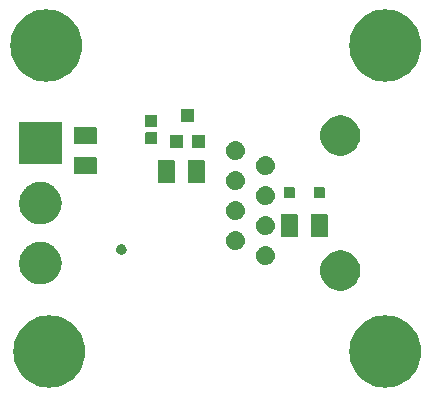
<source format=gbs>
G04 #@! TF.GenerationSoftware,KiCad,Pcbnew,7.0.9*
G04 #@! TF.CreationDate,2023-12-23T15:45:12+01:00*
G04 #@! TF.ProjectId,connecting-connector-1-wire,636f6e6e-6563-4746-996e-672d636f6e6e,v1.0*
G04 #@! TF.SameCoordinates,Original*
G04 #@! TF.FileFunction,Soldermask,Bot*
G04 #@! TF.FilePolarity,Negative*
%FSLAX46Y46*%
G04 Gerber Fmt 4.6, Leading zero omitted, Abs format (unit mm)*
G04 Created by KiCad (PCBNEW 7.0.9) date 2023-12-23 15:45:12*
%MOMM*%
%LPD*%
G01*
G04 APERTURE LIST*
G04 APERTURE END LIST*
G36*
X128529604Y-94295184D02*
G01*
X128866911Y-94352495D01*
X129195681Y-94447212D01*
X129511779Y-94578144D01*
X129811230Y-94743644D01*
X130090267Y-94941632D01*
X130345383Y-95169617D01*
X130573368Y-95424733D01*
X130771356Y-95703770D01*
X130936856Y-96003221D01*
X131067788Y-96319319D01*
X131162505Y-96648089D01*
X131219816Y-96985396D01*
X131239000Y-97327000D01*
X131219816Y-97668604D01*
X131162505Y-98005911D01*
X131067788Y-98334681D01*
X130936856Y-98650779D01*
X130771356Y-98950230D01*
X130573368Y-99229267D01*
X130345383Y-99484383D01*
X130090267Y-99712368D01*
X129811230Y-99910356D01*
X129511779Y-100075856D01*
X129195681Y-100206788D01*
X128866911Y-100301505D01*
X128529604Y-100358816D01*
X128188000Y-100378000D01*
X127846396Y-100358816D01*
X127509089Y-100301505D01*
X127180319Y-100206788D01*
X126864221Y-100075856D01*
X126564770Y-99910356D01*
X126285733Y-99712368D01*
X126030617Y-99484383D01*
X125802632Y-99229267D01*
X125604644Y-98950230D01*
X125439144Y-98650779D01*
X125308212Y-98334681D01*
X125213495Y-98005911D01*
X125156184Y-97668604D01*
X125137000Y-97327000D01*
X125156184Y-96985396D01*
X125213495Y-96648089D01*
X125308212Y-96319319D01*
X125439144Y-96003221D01*
X125604644Y-95703770D01*
X125802632Y-95424733D01*
X126030617Y-95169617D01*
X126285733Y-94941632D01*
X126564770Y-94743644D01*
X126864221Y-94578144D01*
X127180319Y-94447212D01*
X127509089Y-94352495D01*
X127846396Y-94295184D01*
X128188000Y-94276000D01*
X128529604Y-94295184D01*
G37*
G36*
X156977604Y-94295184D02*
G01*
X157314911Y-94352495D01*
X157643681Y-94447212D01*
X157959779Y-94578144D01*
X158259230Y-94743644D01*
X158538267Y-94941632D01*
X158793383Y-95169617D01*
X159021368Y-95424733D01*
X159219356Y-95703770D01*
X159384856Y-96003221D01*
X159515788Y-96319319D01*
X159610505Y-96648089D01*
X159667816Y-96985396D01*
X159687000Y-97327000D01*
X159667816Y-97668604D01*
X159610505Y-98005911D01*
X159515788Y-98334681D01*
X159384856Y-98650779D01*
X159219356Y-98950230D01*
X159021368Y-99229267D01*
X158793383Y-99484383D01*
X158538267Y-99712368D01*
X158259230Y-99910356D01*
X157959779Y-100075856D01*
X157643681Y-100206788D01*
X157314911Y-100301505D01*
X156977604Y-100358816D01*
X156636000Y-100378000D01*
X156294396Y-100358816D01*
X155957089Y-100301505D01*
X155628319Y-100206788D01*
X155312221Y-100075856D01*
X155012770Y-99910356D01*
X154733733Y-99712368D01*
X154478617Y-99484383D01*
X154250632Y-99229267D01*
X154052644Y-98950230D01*
X153887144Y-98650779D01*
X153756212Y-98334681D01*
X153661495Y-98005911D01*
X153604184Y-97668604D01*
X153585000Y-97327000D01*
X153604184Y-96985396D01*
X153661495Y-96648089D01*
X153756212Y-96319319D01*
X153887144Y-96003221D01*
X154052644Y-95703770D01*
X154250632Y-95424733D01*
X154478617Y-95169617D01*
X154733733Y-94941632D01*
X155012770Y-94743644D01*
X155312221Y-94578144D01*
X155628319Y-94447212D01*
X155957089Y-94352495D01*
X156294396Y-94295184D01*
X156636000Y-94276000D01*
X156977604Y-94295184D01*
G37*
G36*
X153204508Y-88811648D02*
G01*
X153447445Y-88886584D01*
X153676500Y-88996891D01*
X153886556Y-89140105D01*
X154072921Y-89313026D01*
X154231432Y-89511793D01*
X154358548Y-89731964D01*
X154451429Y-89968621D01*
X154508001Y-90216479D01*
X154527000Y-90470000D01*
X154508001Y-90723521D01*
X154451429Y-90971379D01*
X154358548Y-91208036D01*
X154231432Y-91428207D01*
X154072921Y-91626974D01*
X153886556Y-91799895D01*
X153676500Y-91943109D01*
X153447445Y-92053416D01*
X153204508Y-92128352D01*
X152953116Y-92166244D01*
X152698884Y-92166244D01*
X152447492Y-92128352D01*
X152204555Y-92053416D01*
X151975500Y-91943109D01*
X151765444Y-91799895D01*
X151579079Y-91626974D01*
X151420568Y-91428207D01*
X151293452Y-91208036D01*
X151200571Y-90971379D01*
X151143999Y-90723521D01*
X151125000Y-90470000D01*
X151143999Y-90216479D01*
X151200571Y-89968621D01*
X151293452Y-89731964D01*
X151420568Y-89511793D01*
X151579079Y-89313026D01*
X151765444Y-89140105D01*
X151975500Y-88996891D01*
X152204555Y-88886584D01*
X152447492Y-88811648D01*
X152698884Y-88773756D01*
X152953116Y-88773756D01*
X153204508Y-88811648D01*
G37*
G36*
X127491951Y-88038036D02*
G01*
X127560589Y-88038036D01*
X127622570Y-88047378D01*
X127682269Y-88051648D01*
X127753044Y-88067044D01*
X127826760Y-88078155D01*
X127880924Y-88094862D01*
X127933305Y-88106257D01*
X128007110Y-88133785D01*
X128083979Y-88157496D01*
X128129658Y-88179493D01*
X128174030Y-88196044D01*
X128248770Y-88236855D01*
X128326500Y-88274288D01*
X128363412Y-88299454D01*
X128399522Y-88319172D01*
X128472907Y-88374107D01*
X128548905Y-88425922D01*
X128577220Y-88452194D01*
X128605192Y-88473134D01*
X128674708Y-88542650D01*
X128746226Y-88609009D01*
X128766540Y-88634482D01*
X128786865Y-88654807D01*
X128849896Y-88739007D01*
X128914056Y-88819461D01*
X128927317Y-88842429D01*
X128940827Y-88860477D01*
X128994719Y-88959173D01*
X129048645Y-89052575D01*
X129056119Y-89071618D01*
X129063955Y-89085969D01*
X129106138Y-89199066D01*
X129146987Y-89303146D01*
X129150184Y-89317157D01*
X129153742Y-89326694D01*
X129181789Y-89455626D01*
X129206884Y-89565575D01*
X129207502Y-89573830D01*
X129208351Y-89577730D01*
X129219985Y-89740395D01*
X129227000Y-89834000D01*
X129219984Y-89927612D01*
X129208351Y-90090269D01*
X129207502Y-90094168D01*
X129206884Y-90102425D01*
X129181784Y-90212393D01*
X129153742Y-90341305D01*
X129150185Y-90350840D01*
X129146987Y-90364854D01*
X129106131Y-90468952D01*
X129063955Y-90582030D01*
X129056120Y-90596377D01*
X129048645Y-90615425D01*
X128994709Y-90708843D01*
X128940827Y-90807522D01*
X128927319Y-90825565D01*
X128914056Y-90848539D01*
X128849884Y-90929007D01*
X128786865Y-91013192D01*
X128766544Y-91033512D01*
X128746226Y-91058991D01*
X128674694Y-91125362D01*
X128605192Y-91194865D01*
X128577225Y-91215800D01*
X128548905Y-91242078D01*
X128472892Y-91293902D01*
X128399522Y-91348827D01*
X128363420Y-91368540D01*
X128326500Y-91393712D01*
X128248755Y-91431151D01*
X128174030Y-91471955D01*
X128129667Y-91488501D01*
X128083979Y-91510504D01*
X128007094Y-91534219D01*
X127933305Y-91561742D01*
X127880935Y-91573134D01*
X127826760Y-91589845D01*
X127753029Y-91600958D01*
X127682269Y-91616351D01*
X127622582Y-91620619D01*
X127560589Y-91629964D01*
X127491937Y-91629964D01*
X127426000Y-91634680D01*
X127360062Y-91629964D01*
X127291411Y-91629964D01*
X127229418Y-91620620D01*
X127169730Y-91616351D01*
X127098967Y-91600957D01*
X127025240Y-91589845D01*
X126971066Y-91573134D01*
X126918694Y-91561742D01*
X126844899Y-91534217D01*
X126768021Y-91510504D01*
X126722336Y-91488503D01*
X126677969Y-91471955D01*
X126603236Y-91431147D01*
X126525500Y-91393712D01*
X126488583Y-91368542D01*
X126452477Y-91348827D01*
X126379095Y-91293894D01*
X126303095Y-91242078D01*
X126274778Y-91215803D01*
X126246807Y-91194865D01*
X126177291Y-91125349D01*
X126105774Y-91058991D01*
X126085459Y-91033517D01*
X126065134Y-91013192D01*
X126002099Y-90928986D01*
X125937944Y-90848539D01*
X125924683Y-90825571D01*
X125911172Y-90807522D01*
X125857272Y-90708812D01*
X125803355Y-90615425D01*
X125795882Y-90596384D01*
X125788044Y-90582030D01*
X125745848Y-90468901D01*
X125705013Y-90364854D01*
X125701816Y-90350847D01*
X125698257Y-90341305D01*
X125670193Y-90212300D01*
X125645116Y-90102425D01*
X125644497Y-90094175D01*
X125643648Y-90090269D01*
X125631993Y-89927319D01*
X125625000Y-89834000D01*
X125631992Y-89740687D01*
X125643648Y-89577730D01*
X125644497Y-89573823D01*
X125645116Y-89565575D01*
X125670189Y-89455720D01*
X125698257Y-89326694D01*
X125701816Y-89317150D01*
X125705013Y-89303146D01*
X125745840Y-89199118D01*
X125788044Y-89085969D01*
X125795883Y-89071612D01*
X125803355Y-89052575D01*
X125857262Y-88959205D01*
X125911172Y-88860477D01*
X125924686Y-88842424D01*
X125937944Y-88819461D01*
X126002086Y-88739028D01*
X126065134Y-88654807D01*
X126085463Y-88634477D01*
X126105774Y-88609009D01*
X126177277Y-88542663D01*
X126246807Y-88473134D01*
X126274783Y-88452190D01*
X126303095Y-88425922D01*
X126379080Y-88374115D01*
X126452477Y-88319172D01*
X126488591Y-88299452D01*
X126525500Y-88274288D01*
X126603220Y-88236859D01*
X126677969Y-88196044D01*
X126722345Y-88179492D01*
X126768021Y-88157496D01*
X126844884Y-88133787D01*
X126918694Y-88106257D01*
X126971077Y-88094861D01*
X127025240Y-88078155D01*
X127098952Y-88067044D01*
X127169730Y-88051648D01*
X127229430Y-88047378D01*
X127291411Y-88038036D01*
X127360048Y-88038036D01*
X127426000Y-88033319D01*
X127491951Y-88038036D01*
G37*
G36*
X146521023Y-88402073D02*
G01*
X146559657Y-88402073D01*
X146603240Y-88411336D01*
X146654239Y-88417083D01*
X146691321Y-88430058D01*
X146723306Y-88436857D01*
X146769401Y-88457379D01*
X146823541Y-88476324D01*
X146851719Y-88494029D01*
X146876157Y-88504910D01*
X146921720Y-88538014D01*
X146975415Y-88571753D01*
X146994700Y-88591038D01*
X147011512Y-88603253D01*
X147053076Y-88649414D01*
X147102247Y-88698585D01*
X147113555Y-88716582D01*
X147123467Y-88727590D01*
X147157376Y-88786322D01*
X147197676Y-88850459D01*
X147202707Y-88864838D01*
X147207120Y-88872481D01*
X147229718Y-88942030D01*
X147256917Y-89019761D01*
X147257948Y-89028913D01*
X147258823Y-89031606D01*
X147266750Y-89107038D01*
X147277000Y-89198000D01*
X147266750Y-89288969D01*
X147258823Y-89364393D01*
X147257948Y-89367084D01*
X147256917Y-89376239D01*
X147229713Y-89453982D01*
X147207120Y-89523518D01*
X147202708Y-89531159D01*
X147197676Y-89545541D01*
X147157369Y-89609688D01*
X147123467Y-89668409D01*
X147113557Y-89679414D01*
X147102247Y-89697415D01*
X147053067Y-89746594D01*
X147011512Y-89792746D01*
X146994704Y-89804957D01*
X146975415Y-89824247D01*
X146921710Y-89857992D01*
X146876157Y-89891089D01*
X146851725Y-89901966D01*
X146823541Y-89919676D01*
X146769391Y-89938623D01*
X146723306Y-89959142D01*
X146691327Y-89965939D01*
X146654239Y-89978917D01*
X146603237Y-89984663D01*
X146559657Y-89993927D01*
X146521023Y-89993927D01*
X146476000Y-89999000D01*
X146430977Y-89993927D01*
X146392343Y-89993927D01*
X146348761Y-89984663D01*
X146297761Y-89978917D01*
X146260674Y-89965939D01*
X146228693Y-89959142D01*
X146182603Y-89938622D01*
X146128459Y-89919676D01*
X146100277Y-89901968D01*
X146075842Y-89891089D01*
X146030282Y-89857987D01*
X145976585Y-89824247D01*
X145957298Y-89804960D01*
X145940487Y-89792746D01*
X145898922Y-89746584D01*
X145849753Y-89697415D01*
X145838444Y-89679418D01*
X145828532Y-89668409D01*
X145794618Y-89609668D01*
X145754324Y-89545541D01*
X145749293Y-89531163D01*
X145744879Y-89523518D01*
X145722272Y-89453942D01*
X145695083Y-89376239D01*
X145694052Y-89367089D01*
X145693176Y-89364393D01*
X145685235Y-89288837D01*
X145675000Y-89198000D01*
X145685234Y-89107170D01*
X145693176Y-89031606D01*
X145694052Y-89028909D01*
X145695083Y-89019761D01*
X145722267Y-88942070D01*
X145744879Y-88872481D01*
X145749293Y-88864834D01*
X145754324Y-88850459D01*
X145794611Y-88786342D01*
X145828532Y-88727590D01*
X145838446Y-88716578D01*
X145849753Y-88698585D01*
X145898913Y-88649424D01*
X145940487Y-88603253D01*
X145957301Y-88591036D01*
X145976585Y-88571753D01*
X146030278Y-88538015D01*
X146075846Y-88504908D01*
X146100284Y-88494027D01*
X146128459Y-88476324D01*
X146182587Y-88457383D01*
X146228689Y-88436858D01*
X146260679Y-88430058D01*
X146297761Y-88417083D01*
X146348759Y-88411336D01*
X146392343Y-88402073D01*
X146430977Y-88402073D01*
X146476000Y-88397000D01*
X146521023Y-88402073D01*
G37*
G36*
X134310676Y-88244591D02*
G01*
X134348184Y-88244591D01*
X134378671Y-88253542D01*
X134400450Y-88256410D01*
X134429703Y-88268527D01*
X134471352Y-88280756D01*
X134493334Y-88294883D01*
X134508961Y-88301356D01*
X134537595Y-88323327D01*
X134579342Y-88350157D01*
X134592799Y-88365688D01*
X134602141Y-88372856D01*
X134626357Y-88404416D01*
X134663405Y-88447171D01*
X134669639Y-88460822D01*
X134673643Y-88466040D01*
X134689451Y-88504205D01*
X134716731Y-88563939D01*
X134718079Y-88573319D01*
X134718589Y-88574549D01*
X134722197Y-88601960D01*
X134735000Y-88691000D01*
X134722196Y-88780048D01*
X134718589Y-88807450D01*
X134718079Y-88808678D01*
X134716731Y-88818061D01*
X134689452Y-88877791D01*
X134673643Y-88915961D01*
X134669638Y-88921180D01*
X134663405Y-88934829D01*
X134626356Y-88977584D01*
X134602142Y-89009142D01*
X134592803Y-89016308D01*
X134579342Y-89031843D01*
X134537586Y-89058677D01*
X134508961Y-89080643D01*
X134493339Y-89087113D01*
X134471352Y-89101244D01*
X134429695Y-89113475D01*
X134400450Y-89125589D01*
X134378677Y-89128455D01*
X134348184Y-89137409D01*
X134310669Y-89137409D01*
X134284000Y-89140920D01*
X134257331Y-89137409D01*
X134219816Y-89137409D01*
X134189323Y-89128455D01*
X134167549Y-89125589D01*
X134138301Y-89113474D01*
X134096648Y-89101244D01*
X134074662Y-89087114D01*
X134059038Y-89080643D01*
X134030407Y-89058673D01*
X133988658Y-89031843D01*
X133975198Y-89016310D01*
X133965857Y-89009142D01*
X133941634Y-88977574D01*
X133904595Y-88934829D01*
X133898363Y-88921183D01*
X133894356Y-88915961D01*
X133878536Y-88877768D01*
X133851269Y-88818061D01*
X133849920Y-88808682D01*
X133849410Y-88807450D01*
X133845791Y-88779965D01*
X133833000Y-88691000D01*
X133845790Y-88602042D01*
X133849410Y-88574549D01*
X133849920Y-88573315D01*
X133851269Y-88563939D01*
X133878537Y-88504228D01*
X133894356Y-88466040D01*
X133898362Y-88460818D01*
X133904595Y-88447171D01*
X133941632Y-88404427D01*
X133965857Y-88372857D01*
X133975201Y-88365687D01*
X133988658Y-88350157D01*
X134030407Y-88323326D01*
X134059040Y-88301356D01*
X134074663Y-88294884D01*
X134096648Y-88280756D01*
X134138294Y-88268527D01*
X134167549Y-88256410D01*
X134189329Y-88253542D01*
X134219816Y-88244591D01*
X134257324Y-88244591D01*
X134284000Y-88241079D01*
X134310676Y-88244591D01*
G37*
G36*
X143981023Y-87132073D02*
G01*
X144019657Y-87132073D01*
X144063240Y-87141336D01*
X144114239Y-87147083D01*
X144151321Y-87160058D01*
X144183306Y-87166857D01*
X144229401Y-87187379D01*
X144283541Y-87206324D01*
X144311719Y-87224029D01*
X144336157Y-87234910D01*
X144381720Y-87268014D01*
X144435415Y-87301753D01*
X144454700Y-87321038D01*
X144471512Y-87333253D01*
X144513076Y-87379414D01*
X144562247Y-87428585D01*
X144573555Y-87446582D01*
X144583467Y-87457590D01*
X144617376Y-87516322D01*
X144657676Y-87580459D01*
X144662707Y-87594838D01*
X144667120Y-87602481D01*
X144689718Y-87672030D01*
X144716917Y-87749761D01*
X144717948Y-87758913D01*
X144718823Y-87761606D01*
X144726750Y-87837038D01*
X144737000Y-87928000D01*
X144726750Y-88018969D01*
X144718823Y-88094393D01*
X144717948Y-88097084D01*
X144716917Y-88106239D01*
X144689713Y-88183982D01*
X144667120Y-88253518D01*
X144662708Y-88261159D01*
X144657676Y-88275541D01*
X144617369Y-88339688D01*
X144583467Y-88398409D01*
X144573557Y-88409414D01*
X144562247Y-88427415D01*
X144513067Y-88476594D01*
X144471512Y-88522746D01*
X144454704Y-88534957D01*
X144435415Y-88554247D01*
X144381710Y-88587992D01*
X144336157Y-88621089D01*
X144311725Y-88631966D01*
X144283541Y-88649676D01*
X144229391Y-88668623D01*
X144183306Y-88689142D01*
X144151327Y-88695939D01*
X144114239Y-88708917D01*
X144063237Y-88714663D01*
X144019657Y-88723927D01*
X143981023Y-88723927D01*
X143936000Y-88729000D01*
X143890977Y-88723927D01*
X143852343Y-88723927D01*
X143808761Y-88714663D01*
X143757761Y-88708917D01*
X143720674Y-88695939D01*
X143688693Y-88689142D01*
X143642603Y-88668622D01*
X143588459Y-88649676D01*
X143560277Y-88631968D01*
X143535842Y-88621089D01*
X143490282Y-88587987D01*
X143436585Y-88554247D01*
X143417298Y-88534960D01*
X143400487Y-88522746D01*
X143358922Y-88476584D01*
X143309753Y-88427415D01*
X143298444Y-88409418D01*
X143288532Y-88398409D01*
X143254618Y-88339668D01*
X143214324Y-88275541D01*
X143209293Y-88261163D01*
X143204879Y-88253518D01*
X143182272Y-88183942D01*
X143155083Y-88106239D01*
X143154052Y-88097089D01*
X143153176Y-88094393D01*
X143145235Y-88018837D01*
X143135000Y-87928000D01*
X143145234Y-87837170D01*
X143153176Y-87761606D01*
X143154052Y-87758909D01*
X143155083Y-87749761D01*
X143182267Y-87672070D01*
X143204879Y-87602481D01*
X143209293Y-87594834D01*
X143214324Y-87580459D01*
X143254611Y-87516342D01*
X143288532Y-87457590D01*
X143298446Y-87446578D01*
X143309753Y-87428585D01*
X143358913Y-87379424D01*
X143400487Y-87333253D01*
X143417301Y-87321036D01*
X143436585Y-87301753D01*
X143490278Y-87268015D01*
X143535846Y-87234908D01*
X143560284Y-87224027D01*
X143588459Y-87206324D01*
X143642587Y-87187383D01*
X143688689Y-87166858D01*
X143720679Y-87160058D01*
X143757761Y-87147083D01*
X143808759Y-87141336D01*
X143852343Y-87132073D01*
X143890977Y-87132073D01*
X143936000Y-87127000D01*
X143981023Y-87132073D01*
G37*
G36*
X149177517Y-85711882D02*
G01*
X149194062Y-85722938D01*
X149205118Y-85739483D01*
X149209000Y-85759000D01*
X149209000Y-87559000D01*
X149205118Y-87578517D01*
X149194062Y-87595062D01*
X149177517Y-87606118D01*
X149158000Y-87610000D01*
X147858000Y-87610000D01*
X147838483Y-87606118D01*
X147821938Y-87595062D01*
X147810882Y-87578517D01*
X147807000Y-87559000D01*
X147807000Y-85759000D01*
X147810882Y-85739483D01*
X147821938Y-85722938D01*
X147838483Y-85711882D01*
X147858000Y-85708000D01*
X149158000Y-85708000D01*
X149177517Y-85711882D01*
G37*
G36*
X151717517Y-85711882D02*
G01*
X151734062Y-85722938D01*
X151745118Y-85739483D01*
X151749000Y-85759000D01*
X151749000Y-87559000D01*
X151745118Y-87578517D01*
X151734062Y-87595062D01*
X151717517Y-87606118D01*
X151698000Y-87610000D01*
X150398000Y-87610000D01*
X150378483Y-87606118D01*
X150361938Y-87595062D01*
X150350882Y-87578517D01*
X150347000Y-87559000D01*
X150347000Y-85759000D01*
X150350882Y-85739483D01*
X150361938Y-85722938D01*
X150378483Y-85711882D01*
X150398000Y-85708000D01*
X151698000Y-85708000D01*
X151717517Y-85711882D01*
G37*
G36*
X146521023Y-85862073D02*
G01*
X146559657Y-85862073D01*
X146603240Y-85871336D01*
X146654239Y-85877083D01*
X146691321Y-85890058D01*
X146723306Y-85896857D01*
X146769401Y-85917379D01*
X146823541Y-85936324D01*
X146851719Y-85954029D01*
X146876157Y-85964910D01*
X146921720Y-85998014D01*
X146975415Y-86031753D01*
X146994700Y-86051038D01*
X147011512Y-86063253D01*
X147053076Y-86109414D01*
X147102247Y-86158585D01*
X147113555Y-86176582D01*
X147123467Y-86187590D01*
X147157376Y-86246322D01*
X147197676Y-86310459D01*
X147202707Y-86324838D01*
X147207120Y-86332481D01*
X147229718Y-86402030D01*
X147256917Y-86479761D01*
X147257948Y-86488913D01*
X147258823Y-86491606D01*
X147266750Y-86567038D01*
X147277000Y-86658000D01*
X147266750Y-86748969D01*
X147258823Y-86824393D01*
X147257948Y-86827084D01*
X147256917Y-86836239D01*
X147229713Y-86913982D01*
X147207120Y-86983518D01*
X147202708Y-86991159D01*
X147197676Y-87005541D01*
X147157369Y-87069688D01*
X147123467Y-87128409D01*
X147113557Y-87139414D01*
X147102247Y-87157415D01*
X147053067Y-87206594D01*
X147011512Y-87252746D01*
X146994704Y-87264957D01*
X146975415Y-87284247D01*
X146921710Y-87317992D01*
X146876157Y-87351089D01*
X146851725Y-87361966D01*
X146823541Y-87379676D01*
X146769391Y-87398623D01*
X146723306Y-87419142D01*
X146691327Y-87425939D01*
X146654239Y-87438917D01*
X146603237Y-87444663D01*
X146559657Y-87453927D01*
X146521023Y-87453927D01*
X146476000Y-87459000D01*
X146430977Y-87453927D01*
X146392343Y-87453927D01*
X146348761Y-87444663D01*
X146297761Y-87438917D01*
X146260674Y-87425939D01*
X146228693Y-87419142D01*
X146182603Y-87398622D01*
X146128459Y-87379676D01*
X146100277Y-87361968D01*
X146075842Y-87351089D01*
X146030282Y-87317987D01*
X145976585Y-87284247D01*
X145957298Y-87264960D01*
X145940487Y-87252746D01*
X145898922Y-87206584D01*
X145849753Y-87157415D01*
X145838444Y-87139418D01*
X145828532Y-87128409D01*
X145794618Y-87069668D01*
X145754324Y-87005541D01*
X145749293Y-86991163D01*
X145744879Y-86983518D01*
X145722272Y-86913942D01*
X145695083Y-86836239D01*
X145694052Y-86827089D01*
X145693176Y-86824393D01*
X145685235Y-86748837D01*
X145675000Y-86658000D01*
X145685234Y-86567170D01*
X145693176Y-86491606D01*
X145694052Y-86488909D01*
X145695083Y-86479761D01*
X145722267Y-86402070D01*
X145744879Y-86332481D01*
X145749293Y-86324834D01*
X145754324Y-86310459D01*
X145794611Y-86246342D01*
X145828532Y-86187590D01*
X145838446Y-86176578D01*
X145849753Y-86158585D01*
X145898913Y-86109424D01*
X145940487Y-86063253D01*
X145957301Y-86051036D01*
X145976585Y-86031753D01*
X146030278Y-85998015D01*
X146075846Y-85964908D01*
X146100284Y-85954027D01*
X146128459Y-85936324D01*
X146182587Y-85917383D01*
X146228689Y-85896858D01*
X146260679Y-85890058D01*
X146297761Y-85877083D01*
X146348759Y-85871336D01*
X146392343Y-85862073D01*
X146430977Y-85862073D01*
X146476000Y-85857000D01*
X146521023Y-85862073D01*
G37*
G36*
X127491951Y-82958036D02*
G01*
X127560589Y-82958036D01*
X127622570Y-82967378D01*
X127682269Y-82971648D01*
X127753044Y-82987044D01*
X127826760Y-82998155D01*
X127880924Y-83014862D01*
X127933305Y-83026257D01*
X128007110Y-83053785D01*
X128083979Y-83077496D01*
X128129658Y-83099493D01*
X128174030Y-83116044D01*
X128248770Y-83156855D01*
X128326500Y-83194288D01*
X128363412Y-83219454D01*
X128399522Y-83239172D01*
X128472907Y-83294107D01*
X128548905Y-83345922D01*
X128577220Y-83372194D01*
X128605192Y-83393134D01*
X128674708Y-83462650D01*
X128746226Y-83529009D01*
X128766540Y-83554482D01*
X128786865Y-83574807D01*
X128849896Y-83659007D01*
X128914056Y-83739461D01*
X128927317Y-83762429D01*
X128940827Y-83780477D01*
X128994719Y-83879173D01*
X129048645Y-83972575D01*
X129056119Y-83991618D01*
X129063955Y-84005969D01*
X129106138Y-84119066D01*
X129146987Y-84223146D01*
X129150184Y-84237157D01*
X129153742Y-84246694D01*
X129181789Y-84375626D01*
X129206884Y-84485575D01*
X129207502Y-84493830D01*
X129208351Y-84497730D01*
X129219985Y-84660395D01*
X129227000Y-84754000D01*
X129219984Y-84847612D01*
X129208351Y-85010269D01*
X129207502Y-85014168D01*
X129206884Y-85022425D01*
X129181784Y-85132393D01*
X129153742Y-85261305D01*
X129150185Y-85270840D01*
X129146987Y-85284854D01*
X129106131Y-85388952D01*
X129063955Y-85502030D01*
X129056120Y-85516377D01*
X129048645Y-85535425D01*
X128994709Y-85628843D01*
X128940827Y-85727522D01*
X128927319Y-85745565D01*
X128914056Y-85768539D01*
X128849884Y-85849007D01*
X128786865Y-85933192D01*
X128766544Y-85953512D01*
X128746226Y-85978991D01*
X128674694Y-86045362D01*
X128605192Y-86114865D01*
X128577225Y-86135800D01*
X128548905Y-86162078D01*
X128472892Y-86213902D01*
X128399522Y-86268827D01*
X128363420Y-86288540D01*
X128326500Y-86313712D01*
X128248755Y-86351151D01*
X128174030Y-86391955D01*
X128129667Y-86408501D01*
X128083979Y-86430504D01*
X128007094Y-86454219D01*
X127933305Y-86481742D01*
X127880935Y-86493134D01*
X127826760Y-86509845D01*
X127753029Y-86520958D01*
X127682269Y-86536351D01*
X127622582Y-86540619D01*
X127560589Y-86549964D01*
X127491937Y-86549964D01*
X127426000Y-86554680D01*
X127360062Y-86549964D01*
X127291411Y-86549964D01*
X127229418Y-86540620D01*
X127169730Y-86536351D01*
X127098967Y-86520957D01*
X127025240Y-86509845D01*
X126971066Y-86493134D01*
X126918694Y-86481742D01*
X126844899Y-86454217D01*
X126768021Y-86430504D01*
X126722336Y-86408503D01*
X126677969Y-86391955D01*
X126603236Y-86351147D01*
X126525500Y-86313712D01*
X126488583Y-86288542D01*
X126452477Y-86268827D01*
X126379095Y-86213894D01*
X126303095Y-86162078D01*
X126274778Y-86135803D01*
X126246807Y-86114865D01*
X126177291Y-86045349D01*
X126105774Y-85978991D01*
X126085459Y-85953517D01*
X126065134Y-85933192D01*
X126002099Y-85848986D01*
X125937944Y-85768539D01*
X125924683Y-85745571D01*
X125911172Y-85727522D01*
X125857272Y-85628812D01*
X125803355Y-85535425D01*
X125795882Y-85516384D01*
X125788044Y-85502030D01*
X125745848Y-85388901D01*
X125705013Y-85284854D01*
X125701816Y-85270847D01*
X125698257Y-85261305D01*
X125670193Y-85132300D01*
X125645116Y-85022425D01*
X125644497Y-85014175D01*
X125643648Y-85010269D01*
X125631993Y-84847319D01*
X125625000Y-84754000D01*
X125631992Y-84660687D01*
X125643648Y-84497730D01*
X125644497Y-84493823D01*
X125645116Y-84485575D01*
X125670189Y-84375720D01*
X125698257Y-84246694D01*
X125701816Y-84237150D01*
X125705013Y-84223146D01*
X125745840Y-84119118D01*
X125788044Y-84005969D01*
X125795883Y-83991612D01*
X125803355Y-83972575D01*
X125857262Y-83879205D01*
X125911172Y-83780477D01*
X125924686Y-83762424D01*
X125937944Y-83739461D01*
X126002086Y-83659028D01*
X126065134Y-83574807D01*
X126085463Y-83554477D01*
X126105774Y-83529009D01*
X126177277Y-83462663D01*
X126246807Y-83393134D01*
X126274783Y-83372190D01*
X126303095Y-83345922D01*
X126379080Y-83294115D01*
X126452477Y-83239172D01*
X126488591Y-83219452D01*
X126525500Y-83194288D01*
X126603220Y-83156859D01*
X126677969Y-83116044D01*
X126722345Y-83099492D01*
X126768021Y-83077496D01*
X126844884Y-83053787D01*
X126918694Y-83026257D01*
X126971077Y-83014861D01*
X127025240Y-82998155D01*
X127098952Y-82987044D01*
X127169730Y-82971648D01*
X127229430Y-82967378D01*
X127291411Y-82958036D01*
X127360048Y-82958036D01*
X127426000Y-82953319D01*
X127491951Y-82958036D01*
G37*
G36*
X143981023Y-84592073D02*
G01*
X144019657Y-84592073D01*
X144063240Y-84601336D01*
X144114239Y-84607083D01*
X144151321Y-84620058D01*
X144183306Y-84626857D01*
X144229401Y-84647379D01*
X144283541Y-84666324D01*
X144311719Y-84684029D01*
X144336157Y-84694910D01*
X144381720Y-84728014D01*
X144435415Y-84761753D01*
X144454700Y-84781038D01*
X144471512Y-84793253D01*
X144513076Y-84839414D01*
X144562247Y-84888585D01*
X144573555Y-84906582D01*
X144583467Y-84917590D01*
X144617376Y-84976322D01*
X144657676Y-85040459D01*
X144662707Y-85054838D01*
X144667120Y-85062481D01*
X144689718Y-85132030D01*
X144716917Y-85209761D01*
X144717948Y-85218913D01*
X144718823Y-85221606D01*
X144726750Y-85297038D01*
X144737000Y-85388000D01*
X144726750Y-85478969D01*
X144718823Y-85554393D01*
X144717948Y-85557084D01*
X144716917Y-85566239D01*
X144689713Y-85643982D01*
X144667120Y-85713518D01*
X144662708Y-85721159D01*
X144657676Y-85735541D01*
X144617369Y-85799688D01*
X144583467Y-85858409D01*
X144573557Y-85869414D01*
X144562247Y-85887415D01*
X144513067Y-85936594D01*
X144471512Y-85982746D01*
X144454704Y-85994957D01*
X144435415Y-86014247D01*
X144381710Y-86047992D01*
X144336157Y-86081089D01*
X144311725Y-86091966D01*
X144283541Y-86109676D01*
X144229391Y-86128623D01*
X144183306Y-86149142D01*
X144151327Y-86155939D01*
X144114239Y-86168917D01*
X144063237Y-86174663D01*
X144019657Y-86183927D01*
X143981023Y-86183927D01*
X143936000Y-86189000D01*
X143890977Y-86183927D01*
X143852343Y-86183927D01*
X143808761Y-86174663D01*
X143757761Y-86168917D01*
X143720674Y-86155939D01*
X143688693Y-86149142D01*
X143642603Y-86128622D01*
X143588459Y-86109676D01*
X143560277Y-86091968D01*
X143535842Y-86081089D01*
X143490282Y-86047987D01*
X143436585Y-86014247D01*
X143417298Y-85994960D01*
X143400487Y-85982746D01*
X143358922Y-85936584D01*
X143309753Y-85887415D01*
X143298444Y-85869418D01*
X143288532Y-85858409D01*
X143254618Y-85799668D01*
X143214324Y-85735541D01*
X143209293Y-85721163D01*
X143204879Y-85713518D01*
X143182272Y-85643942D01*
X143155083Y-85566239D01*
X143154052Y-85557089D01*
X143153176Y-85554393D01*
X143145235Y-85478837D01*
X143135000Y-85388000D01*
X143145234Y-85297170D01*
X143153176Y-85221606D01*
X143154052Y-85218909D01*
X143155083Y-85209761D01*
X143182267Y-85132070D01*
X143204879Y-85062481D01*
X143209293Y-85054834D01*
X143214324Y-85040459D01*
X143254611Y-84976342D01*
X143288532Y-84917590D01*
X143298446Y-84906578D01*
X143309753Y-84888585D01*
X143358913Y-84839424D01*
X143400487Y-84793253D01*
X143417301Y-84781036D01*
X143436585Y-84761753D01*
X143490278Y-84728015D01*
X143535846Y-84694908D01*
X143560284Y-84684027D01*
X143588459Y-84666324D01*
X143642587Y-84647383D01*
X143688689Y-84626858D01*
X143720679Y-84620058D01*
X143757761Y-84607083D01*
X143808759Y-84601336D01*
X143852343Y-84592073D01*
X143890977Y-84592073D01*
X143936000Y-84587000D01*
X143981023Y-84592073D01*
G37*
G36*
X146521023Y-83322073D02*
G01*
X146559657Y-83322073D01*
X146603240Y-83331336D01*
X146654239Y-83337083D01*
X146691321Y-83350058D01*
X146723306Y-83356857D01*
X146769401Y-83377379D01*
X146823541Y-83396324D01*
X146851719Y-83414029D01*
X146876157Y-83424910D01*
X146921720Y-83458014D01*
X146975415Y-83491753D01*
X146994700Y-83511038D01*
X147011512Y-83523253D01*
X147053076Y-83569414D01*
X147102247Y-83618585D01*
X147113555Y-83636582D01*
X147123467Y-83647590D01*
X147157376Y-83706322D01*
X147197676Y-83770459D01*
X147202707Y-83784838D01*
X147207120Y-83792481D01*
X147229718Y-83862030D01*
X147256917Y-83939761D01*
X147257948Y-83948913D01*
X147258823Y-83951606D01*
X147266750Y-84027038D01*
X147277000Y-84118000D01*
X147266750Y-84208969D01*
X147258823Y-84284393D01*
X147257948Y-84287084D01*
X147256917Y-84296239D01*
X147229713Y-84373982D01*
X147207120Y-84443518D01*
X147202708Y-84451159D01*
X147197676Y-84465541D01*
X147157369Y-84529688D01*
X147123467Y-84588409D01*
X147113557Y-84599414D01*
X147102247Y-84617415D01*
X147053067Y-84666594D01*
X147011512Y-84712746D01*
X146994704Y-84724957D01*
X146975415Y-84744247D01*
X146921710Y-84777992D01*
X146876157Y-84811089D01*
X146851725Y-84821966D01*
X146823541Y-84839676D01*
X146769391Y-84858623D01*
X146723306Y-84879142D01*
X146691327Y-84885939D01*
X146654239Y-84898917D01*
X146603237Y-84904663D01*
X146559657Y-84913927D01*
X146521023Y-84913927D01*
X146476000Y-84919000D01*
X146430977Y-84913927D01*
X146392343Y-84913927D01*
X146348761Y-84904663D01*
X146297761Y-84898917D01*
X146260674Y-84885939D01*
X146228693Y-84879142D01*
X146182603Y-84858622D01*
X146128459Y-84839676D01*
X146100277Y-84821968D01*
X146075842Y-84811089D01*
X146030282Y-84777987D01*
X145976585Y-84744247D01*
X145957298Y-84724960D01*
X145940487Y-84712746D01*
X145898922Y-84666584D01*
X145849753Y-84617415D01*
X145838444Y-84599418D01*
X145828532Y-84588409D01*
X145794618Y-84529668D01*
X145754324Y-84465541D01*
X145749293Y-84451163D01*
X145744879Y-84443518D01*
X145722272Y-84373942D01*
X145695083Y-84296239D01*
X145694052Y-84287089D01*
X145693176Y-84284393D01*
X145685235Y-84208837D01*
X145675000Y-84118000D01*
X145685234Y-84027170D01*
X145693176Y-83951606D01*
X145694052Y-83948909D01*
X145695083Y-83939761D01*
X145722267Y-83862070D01*
X145744879Y-83792481D01*
X145749293Y-83784834D01*
X145754324Y-83770459D01*
X145794611Y-83706342D01*
X145828532Y-83647590D01*
X145838446Y-83636578D01*
X145849753Y-83618585D01*
X145898913Y-83569424D01*
X145940487Y-83523253D01*
X145957301Y-83511036D01*
X145976585Y-83491753D01*
X146030278Y-83458015D01*
X146075846Y-83424908D01*
X146100284Y-83414027D01*
X146128459Y-83396324D01*
X146182587Y-83377383D01*
X146228689Y-83356858D01*
X146260679Y-83350058D01*
X146297761Y-83337083D01*
X146348759Y-83331336D01*
X146392343Y-83322073D01*
X146430977Y-83322073D01*
X146476000Y-83317000D01*
X146521023Y-83322073D01*
G37*
G36*
X148927517Y-83417882D02*
G01*
X148944062Y-83428938D01*
X148955118Y-83445483D01*
X148959000Y-83465000D01*
X148959000Y-84265000D01*
X148955118Y-84284517D01*
X148944062Y-84301062D01*
X148927517Y-84312118D01*
X148908000Y-84316000D01*
X148108000Y-84316000D01*
X148088483Y-84312118D01*
X148071938Y-84301062D01*
X148060882Y-84284517D01*
X148057000Y-84265000D01*
X148057000Y-83465000D01*
X148060882Y-83445483D01*
X148071938Y-83428938D01*
X148088483Y-83417882D01*
X148108000Y-83414000D01*
X148908000Y-83414000D01*
X148927517Y-83417882D01*
G37*
G36*
X151467517Y-83417882D02*
G01*
X151484062Y-83428938D01*
X151495118Y-83445483D01*
X151499000Y-83465000D01*
X151499000Y-84265000D01*
X151495118Y-84284517D01*
X151484062Y-84301062D01*
X151467517Y-84312118D01*
X151448000Y-84316000D01*
X150648000Y-84316000D01*
X150628483Y-84312118D01*
X150611938Y-84301062D01*
X150600882Y-84284517D01*
X150597000Y-84265000D01*
X150597000Y-83465000D01*
X150600882Y-83445483D01*
X150611938Y-83428938D01*
X150628483Y-83417882D01*
X150648000Y-83414000D01*
X151448000Y-83414000D01*
X151467517Y-83417882D01*
G37*
G36*
X143981023Y-82052073D02*
G01*
X144019657Y-82052073D01*
X144063240Y-82061336D01*
X144114239Y-82067083D01*
X144151321Y-82080058D01*
X144183306Y-82086857D01*
X144229401Y-82107379D01*
X144283541Y-82126324D01*
X144311719Y-82144029D01*
X144336157Y-82154910D01*
X144381720Y-82188014D01*
X144435415Y-82221753D01*
X144454700Y-82241038D01*
X144471512Y-82253253D01*
X144513076Y-82299414D01*
X144562247Y-82348585D01*
X144573555Y-82366582D01*
X144583467Y-82377590D01*
X144617376Y-82436322D01*
X144657676Y-82500459D01*
X144662707Y-82514838D01*
X144667120Y-82522481D01*
X144689718Y-82592030D01*
X144716917Y-82669761D01*
X144717948Y-82678913D01*
X144718823Y-82681606D01*
X144726750Y-82757038D01*
X144737000Y-82848000D01*
X144726750Y-82938969D01*
X144718823Y-83014393D01*
X144717948Y-83017084D01*
X144716917Y-83026239D01*
X144689713Y-83103982D01*
X144667120Y-83173518D01*
X144662708Y-83181159D01*
X144657676Y-83195541D01*
X144617369Y-83259688D01*
X144583467Y-83318409D01*
X144573557Y-83329414D01*
X144562247Y-83347415D01*
X144513067Y-83396594D01*
X144471512Y-83442746D01*
X144454704Y-83454957D01*
X144435415Y-83474247D01*
X144381710Y-83507992D01*
X144336157Y-83541089D01*
X144311725Y-83551966D01*
X144283541Y-83569676D01*
X144229391Y-83588623D01*
X144183306Y-83609142D01*
X144151327Y-83615939D01*
X144114239Y-83628917D01*
X144063237Y-83634663D01*
X144019657Y-83643927D01*
X143981023Y-83643927D01*
X143936000Y-83649000D01*
X143890977Y-83643927D01*
X143852343Y-83643927D01*
X143808761Y-83634663D01*
X143757761Y-83628917D01*
X143720674Y-83615939D01*
X143688693Y-83609142D01*
X143642603Y-83588622D01*
X143588459Y-83569676D01*
X143560277Y-83551968D01*
X143535842Y-83541089D01*
X143490282Y-83507987D01*
X143436585Y-83474247D01*
X143417298Y-83454960D01*
X143400487Y-83442746D01*
X143358922Y-83396584D01*
X143309753Y-83347415D01*
X143298444Y-83329418D01*
X143288532Y-83318409D01*
X143254618Y-83259668D01*
X143214324Y-83195541D01*
X143209293Y-83181163D01*
X143204879Y-83173518D01*
X143182272Y-83103942D01*
X143155083Y-83026239D01*
X143154052Y-83017089D01*
X143153176Y-83014393D01*
X143145235Y-82938837D01*
X143135000Y-82848000D01*
X143145234Y-82757170D01*
X143153176Y-82681606D01*
X143154052Y-82678909D01*
X143155083Y-82669761D01*
X143182267Y-82592070D01*
X143204879Y-82522481D01*
X143209293Y-82514834D01*
X143214324Y-82500459D01*
X143254611Y-82436342D01*
X143288532Y-82377590D01*
X143298446Y-82366578D01*
X143309753Y-82348585D01*
X143358913Y-82299424D01*
X143400487Y-82253253D01*
X143417301Y-82241036D01*
X143436585Y-82221753D01*
X143490278Y-82188015D01*
X143535846Y-82154908D01*
X143560284Y-82144027D01*
X143588459Y-82126324D01*
X143642587Y-82107383D01*
X143688689Y-82086858D01*
X143720679Y-82080058D01*
X143757761Y-82067083D01*
X143808759Y-82061336D01*
X143852343Y-82052073D01*
X143890977Y-82052073D01*
X143936000Y-82047000D01*
X143981023Y-82052073D01*
G37*
G36*
X138763517Y-81139882D02*
G01*
X138780062Y-81150938D01*
X138791118Y-81167483D01*
X138795000Y-81187000D01*
X138795000Y-82987000D01*
X138791118Y-83006517D01*
X138780062Y-83023062D01*
X138763517Y-83034118D01*
X138744000Y-83038000D01*
X137444000Y-83038000D01*
X137424483Y-83034118D01*
X137407938Y-83023062D01*
X137396882Y-83006517D01*
X137393000Y-82987000D01*
X137393000Y-81187000D01*
X137396882Y-81167483D01*
X137407938Y-81150938D01*
X137424483Y-81139882D01*
X137444000Y-81136000D01*
X138744000Y-81136000D01*
X138763517Y-81139882D01*
G37*
G36*
X141303517Y-81139882D02*
G01*
X141320062Y-81150938D01*
X141331118Y-81167483D01*
X141335000Y-81187000D01*
X141335000Y-82987000D01*
X141331118Y-83006517D01*
X141320062Y-83023062D01*
X141303517Y-83034118D01*
X141284000Y-83038000D01*
X139984000Y-83038000D01*
X139964483Y-83034118D01*
X139947938Y-83023062D01*
X139936882Y-83006517D01*
X139933000Y-82987000D01*
X139933000Y-81187000D01*
X139936882Y-81167483D01*
X139947938Y-81150938D01*
X139964483Y-81139882D01*
X139984000Y-81136000D01*
X141284000Y-81136000D01*
X141303517Y-81139882D01*
G37*
G36*
X146521023Y-80782073D02*
G01*
X146559657Y-80782073D01*
X146603240Y-80791336D01*
X146654239Y-80797083D01*
X146691321Y-80810058D01*
X146723306Y-80816857D01*
X146769401Y-80837379D01*
X146823541Y-80856324D01*
X146851719Y-80874029D01*
X146876157Y-80884910D01*
X146921720Y-80918014D01*
X146975415Y-80951753D01*
X146994700Y-80971038D01*
X147011512Y-80983253D01*
X147053076Y-81029414D01*
X147102247Y-81078585D01*
X147113555Y-81096582D01*
X147123467Y-81107590D01*
X147157376Y-81166322D01*
X147197676Y-81230459D01*
X147202707Y-81244838D01*
X147207120Y-81252481D01*
X147229718Y-81322030D01*
X147256917Y-81399761D01*
X147257948Y-81408913D01*
X147258823Y-81411606D01*
X147266750Y-81487038D01*
X147277000Y-81578000D01*
X147266750Y-81668969D01*
X147258823Y-81744393D01*
X147257948Y-81747084D01*
X147256917Y-81756239D01*
X147229713Y-81833982D01*
X147207120Y-81903518D01*
X147202708Y-81911159D01*
X147197676Y-81925541D01*
X147157369Y-81989688D01*
X147123467Y-82048409D01*
X147113557Y-82059414D01*
X147102247Y-82077415D01*
X147053067Y-82126594D01*
X147011512Y-82172746D01*
X146994704Y-82184957D01*
X146975415Y-82204247D01*
X146921710Y-82237992D01*
X146876157Y-82271089D01*
X146851725Y-82281966D01*
X146823541Y-82299676D01*
X146769391Y-82318623D01*
X146723306Y-82339142D01*
X146691327Y-82345939D01*
X146654239Y-82358917D01*
X146603237Y-82364663D01*
X146559657Y-82373927D01*
X146521023Y-82373927D01*
X146476000Y-82379000D01*
X146430977Y-82373927D01*
X146392343Y-82373927D01*
X146348761Y-82364663D01*
X146297761Y-82358917D01*
X146260674Y-82345939D01*
X146228693Y-82339142D01*
X146182603Y-82318622D01*
X146128459Y-82299676D01*
X146100277Y-82281968D01*
X146075842Y-82271089D01*
X146030282Y-82237987D01*
X145976585Y-82204247D01*
X145957298Y-82184960D01*
X145940487Y-82172746D01*
X145898922Y-82126584D01*
X145849753Y-82077415D01*
X145838444Y-82059418D01*
X145828532Y-82048409D01*
X145794618Y-81989668D01*
X145754324Y-81925541D01*
X145749293Y-81911163D01*
X145744879Y-81903518D01*
X145722272Y-81833942D01*
X145695083Y-81756239D01*
X145694052Y-81747089D01*
X145693176Y-81744393D01*
X145685235Y-81668837D01*
X145675000Y-81578000D01*
X145685234Y-81487170D01*
X145693176Y-81411606D01*
X145694052Y-81408909D01*
X145695083Y-81399761D01*
X145722267Y-81322070D01*
X145744879Y-81252481D01*
X145749293Y-81244834D01*
X145754324Y-81230459D01*
X145794611Y-81166342D01*
X145828532Y-81107590D01*
X145838446Y-81096578D01*
X145849753Y-81078585D01*
X145898913Y-81029424D01*
X145940487Y-80983253D01*
X145957301Y-80971036D01*
X145976585Y-80951753D01*
X146030278Y-80918015D01*
X146075846Y-80884908D01*
X146100284Y-80874027D01*
X146128459Y-80856324D01*
X146182587Y-80837383D01*
X146228689Y-80816858D01*
X146260679Y-80810058D01*
X146297761Y-80797083D01*
X146348759Y-80791336D01*
X146392343Y-80782073D01*
X146430977Y-80782073D01*
X146476000Y-80777000D01*
X146521023Y-80782073D01*
G37*
G36*
X132155517Y-80881882D02*
G01*
X132172062Y-80892938D01*
X132183118Y-80909483D01*
X132187000Y-80929000D01*
X132187000Y-82229000D01*
X132183118Y-82248517D01*
X132172062Y-82265062D01*
X132155517Y-82276118D01*
X132136000Y-82280000D01*
X130336000Y-82280000D01*
X130316483Y-82276118D01*
X130299938Y-82265062D01*
X130288882Y-82248517D01*
X130285000Y-82229000D01*
X130285000Y-80929000D01*
X130288882Y-80909483D01*
X130299938Y-80892938D01*
X130316483Y-80881882D01*
X130336000Y-80878000D01*
X132136000Y-80878000D01*
X132155517Y-80881882D01*
G37*
G36*
X129195517Y-77876882D02*
G01*
X129212062Y-77887938D01*
X129223118Y-77904483D01*
X129227000Y-77924000D01*
X129227000Y-81424000D01*
X129223118Y-81443517D01*
X129212062Y-81460062D01*
X129195517Y-81471118D01*
X129176000Y-81475000D01*
X125676000Y-81475000D01*
X125656483Y-81471118D01*
X125639938Y-81460062D01*
X125628882Y-81443517D01*
X125625000Y-81424000D01*
X125625000Y-77924000D01*
X125628882Y-77904483D01*
X125639938Y-77887938D01*
X125656483Y-77876882D01*
X125676000Y-77873000D01*
X129176000Y-77873000D01*
X129195517Y-77876882D01*
G37*
G36*
X143981023Y-79512073D02*
G01*
X144019657Y-79512073D01*
X144063240Y-79521336D01*
X144114239Y-79527083D01*
X144151321Y-79540058D01*
X144183306Y-79546857D01*
X144229401Y-79567379D01*
X144283541Y-79586324D01*
X144311719Y-79604029D01*
X144336157Y-79614910D01*
X144381720Y-79648014D01*
X144435415Y-79681753D01*
X144454700Y-79701038D01*
X144471512Y-79713253D01*
X144513076Y-79759414D01*
X144562247Y-79808585D01*
X144573555Y-79826582D01*
X144583467Y-79837590D01*
X144617376Y-79896322D01*
X144657676Y-79960459D01*
X144662707Y-79974838D01*
X144667120Y-79982481D01*
X144689718Y-80052030D01*
X144716917Y-80129761D01*
X144717948Y-80138913D01*
X144718823Y-80141606D01*
X144726750Y-80217038D01*
X144737000Y-80308000D01*
X144726750Y-80398969D01*
X144718823Y-80474393D01*
X144717948Y-80477084D01*
X144716917Y-80486239D01*
X144689713Y-80563982D01*
X144667120Y-80633518D01*
X144662708Y-80641159D01*
X144657676Y-80655541D01*
X144617369Y-80719688D01*
X144583467Y-80778409D01*
X144573557Y-80789414D01*
X144562247Y-80807415D01*
X144513067Y-80856594D01*
X144471512Y-80902746D01*
X144454704Y-80914957D01*
X144435415Y-80934247D01*
X144381710Y-80967992D01*
X144336157Y-81001089D01*
X144311725Y-81011966D01*
X144283541Y-81029676D01*
X144229391Y-81048623D01*
X144183306Y-81069142D01*
X144151327Y-81075939D01*
X144114239Y-81088917D01*
X144063237Y-81094663D01*
X144019657Y-81103927D01*
X143981023Y-81103927D01*
X143936000Y-81109000D01*
X143890977Y-81103927D01*
X143852343Y-81103927D01*
X143808761Y-81094663D01*
X143757761Y-81088917D01*
X143720674Y-81075939D01*
X143688693Y-81069142D01*
X143642603Y-81048622D01*
X143588459Y-81029676D01*
X143560277Y-81011968D01*
X143535842Y-81001089D01*
X143490282Y-80967987D01*
X143436585Y-80934247D01*
X143417298Y-80914960D01*
X143400487Y-80902746D01*
X143358922Y-80856584D01*
X143309753Y-80807415D01*
X143298444Y-80789418D01*
X143288532Y-80778409D01*
X143254618Y-80719668D01*
X143214324Y-80655541D01*
X143209293Y-80641163D01*
X143204879Y-80633518D01*
X143182272Y-80563942D01*
X143155083Y-80486239D01*
X143154052Y-80477089D01*
X143153176Y-80474393D01*
X143145235Y-80398837D01*
X143135000Y-80308000D01*
X143145234Y-80217170D01*
X143153176Y-80141606D01*
X143154052Y-80138909D01*
X143155083Y-80129761D01*
X143182267Y-80052070D01*
X143204879Y-79982481D01*
X143209293Y-79974834D01*
X143214324Y-79960459D01*
X143254611Y-79896342D01*
X143288532Y-79837590D01*
X143298446Y-79826578D01*
X143309753Y-79808585D01*
X143358913Y-79759424D01*
X143400487Y-79713253D01*
X143417301Y-79701036D01*
X143436585Y-79681753D01*
X143490278Y-79648015D01*
X143535846Y-79614908D01*
X143560284Y-79604027D01*
X143588459Y-79586324D01*
X143642587Y-79567383D01*
X143688689Y-79546858D01*
X143720679Y-79540058D01*
X143757761Y-79527083D01*
X143808759Y-79521336D01*
X143852343Y-79512073D01*
X143890977Y-79512073D01*
X143936000Y-79507000D01*
X143981023Y-79512073D01*
G37*
G36*
X153204508Y-77379648D02*
G01*
X153447445Y-77454584D01*
X153676500Y-77564891D01*
X153886556Y-77708105D01*
X154072921Y-77881026D01*
X154231432Y-78079793D01*
X154358548Y-78299964D01*
X154451429Y-78536621D01*
X154508001Y-78784479D01*
X154527000Y-79038000D01*
X154508001Y-79291521D01*
X154451429Y-79539379D01*
X154358548Y-79776036D01*
X154231432Y-79996207D01*
X154072921Y-80194974D01*
X153886556Y-80367895D01*
X153676500Y-80511109D01*
X153447445Y-80621416D01*
X153204508Y-80696352D01*
X152953116Y-80734244D01*
X152698884Y-80734244D01*
X152447492Y-80696352D01*
X152204555Y-80621416D01*
X151975500Y-80511109D01*
X151765444Y-80367895D01*
X151579079Y-80194974D01*
X151420568Y-79996207D01*
X151293452Y-79776036D01*
X151200571Y-79539379D01*
X151143999Y-79291521D01*
X151125000Y-79038000D01*
X151143999Y-78784479D01*
X151200571Y-78536621D01*
X151293452Y-78299964D01*
X151420568Y-78079793D01*
X151579079Y-77881026D01*
X151765444Y-77708105D01*
X151975500Y-77564891D01*
X152204555Y-77454584D01*
X152447492Y-77379648D01*
X152698884Y-77341756D01*
X152953116Y-77341756D01*
X153204508Y-77379648D01*
G37*
G36*
X139441517Y-78983882D02*
G01*
X139458062Y-78994938D01*
X139469118Y-79011483D01*
X139473000Y-79031000D01*
X139473000Y-80031000D01*
X139469118Y-80050517D01*
X139458062Y-80067062D01*
X139441517Y-80078118D01*
X139422000Y-80082000D01*
X138422000Y-80082000D01*
X138402483Y-80078118D01*
X138385938Y-80067062D01*
X138374882Y-80050517D01*
X138371000Y-80031000D01*
X138371000Y-79031000D01*
X138374882Y-79011483D01*
X138385938Y-78994938D01*
X138402483Y-78983882D01*
X138422000Y-78980000D01*
X139422000Y-78980000D01*
X139441517Y-78983882D01*
G37*
G36*
X141341517Y-78983882D02*
G01*
X141358062Y-78994938D01*
X141369118Y-79011483D01*
X141373000Y-79031000D01*
X141373000Y-80031000D01*
X141369118Y-80050517D01*
X141358062Y-80067062D01*
X141341517Y-80078118D01*
X141322000Y-80082000D01*
X140322000Y-80082000D01*
X140302483Y-80078118D01*
X140285938Y-80067062D01*
X140274882Y-80050517D01*
X140271000Y-80031000D01*
X140271000Y-79031000D01*
X140274882Y-79011483D01*
X140285938Y-78994938D01*
X140302483Y-78983882D01*
X140322000Y-78980000D01*
X141322000Y-78980000D01*
X141341517Y-78983882D01*
G37*
G36*
X137293517Y-78758882D02*
G01*
X137310062Y-78769938D01*
X137321118Y-78786483D01*
X137325000Y-78806000D01*
X137325000Y-79706000D01*
X137321118Y-79725517D01*
X137310062Y-79742062D01*
X137293517Y-79753118D01*
X137274000Y-79757000D01*
X136374000Y-79757000D01*
X136354483Y-79753118D01*
X136337938Y-79742062D01*
X136326882Y-79725517D01*
X136323000Y-79706000D01*
X136323000Y-78806000D01*
X136326882Y-78786483D01*
X136337938Y-78769938D01*
X136354483Y-78758882D01*
X136374000Y-78755000D01*
X137274000Y-78755000D01*
X137293517Y-78758882D01*
G37*
G36*
X132155517Y-78341882D02*
G01*
X132172062Y-78352938D01*
X132183118Y-78369483D01*
X132187000Y-78389000D01*
X132187000Y-79689000D01*
X132183118Y-79708517D01*
X132172062Y-79725062D01*
X132155517Y-79736118D01*
X132136000Y-79740000D01*
X130336000Y-79740000D01*
X130316483Y-79736118D01*
X130299938Y-79725062D01*
X130288882Y-79708517D01*
X130285000Y-79689000D01*
X130285000Y-78389000D01*
X130288882Y-78369483D01*
X130299938Y-78352938D01*
X130316483Y-78341882D01*
X130336000Y-78338000D01*
X132136000Y-78338000D01*
X132155517Y-78341882D01*
G37*
G36*
X137293517Y-77308882D02*
G01*
X137310062Y-77319938D01*
X137321118Y-77336483D01*
X137325000Y-77356000D01*
X137325000Y-78256000D01*
X137321118Y-78275517D01*
X137310062Y-78292062D01*
X137293517Y-78303118D01*
X137274000Y-78307000D01*
X136374000Y-78307000D01*
X136354483Y-78303118D01*
X136337938Y-78292062D01*
X136326882Y-78275517D01*
X136323000Y-78256000D01*
X136323000Y-77356000D01*
X136326882Y-77336483D01*
X136337938Y-77319938D01*
X136354483Y-77308882D01*
X136374000Y-77305000D01*
X137274000Y-77305000D01*
X137293517Y-77308882D01*
G37*
G36*
X140391517Y-76783882D02*
G01*
X140408062Y-76794938D01*
X140419118Y-76811483D01*
X140423000Y-76831000D01*
X140423000Y-77831000D01*
X140419118Y-77850517D01*
X140408062Y-77867062D01*
X140391517Y-77878118D01*
X140372000Y-77882000D01*
X139372000Y-77882000D01*
X139352483Y-77878118D01*
X139335938Y-77867062D01*
X139324882Y-77850517D01*
X139321000Y-77831000D01*
X139321000Y-76831000D01*
X139324882Y-76811483D01*
X139335938Y-76794938D01*
X139352483Y-76783882D01*
X139372000Y-76780000D01*
X140372000Y-76780000D01*
X140391517Y-76783882D01*
G37*
G36*
X128275604Y-68387184D02*
G01*
X128612911Y-68444495D01*
X128941681Y-68539212D01*
X129257779Y-68670144D01*
X129557230Y-68835644D01*
X129836267Y-69033632D01*
X130091383Y-69261617D01*
X130319368Y-69516733D01*
X130517356Y-69795770D01*
X130682856Y-70095221D01*
X130813788Y-70411319D01*
X130908505Y-70740089D01*
X130965816Y-71077396D01*
X130985000Y-71419000D01*
X130965816Y-71760604D01*
X130908505Y-72097911D01*
X130813788Y-72426681D01*
X130682856Y-72742779D01*
X130517356Y-73042230D01*
X130319368Y-73321267D01*
X130091383Y-73576383D01*
X129836267Y-73804368D01*
X129557230Y-74002356D01*
X129257779Y-74167856D01*
X128941681Y-74298788D01*
X128612911Y-74393505D01*
X128275604Y-74450816D01*
X127934000Y-74470000D01*
X127592396Y-74450816D01*
X127255089Y-74393505D01*
X126926319Y-74298788D01*
X126610221Y-74167856D01*
X126310770Y-74002356D01*
X126031733Y-73804368D01*
X125776617Y-73576383D01*
X125548632Y-73321267D01*
X125350644Y-73042230D01*
X125185144Y-72742779D01*
X125054212Y-72426681D01*
X124959495Y-72097911D01*
X124902184Y-71760604D01*
X124883000Y-71419000D01*
X124902184Y-71077396D01*
X124959495Y-70740089D01*
X125054212Y-70411319D01*
X125185144Y-70095221D01*
X125350644Y-69795770D01*
X125548632Y-69516733D01*
X125776617Y-69261617D01*
X126031733Y-69033632D01*
X126310770Y-68835644D01*
X126610221Y-68670144D01*
X126926319Y-68539212D01*
X127255089Y-68444495D01*
X127592396Y-68387184D01*
X127934000Y-68368000D01*
X128275604Y-68387184D01*
G37*
G36*
X156977604Y-68387184D02*
G01*
X157314911Y-68444495D01*
X157643681Y-68539212D01*
X157959779Y-68670144D01*
X158259230Y-68835644D01*
X158538267Y-69033632D01*
X158793383Y-69261617D01*
X159021368Y-69516733D01*
X159219356Y-69795770D01*
X159384856Y-70095221D01*
X159515788Y-70411319D01*
X159610505Y-70740089D01*
X159667816Y-71077396D01*
X159687000Y-71419000D01*
X159667816Y-71760604D01*
X159610505Y-72097911D01*
X159515788Y-72426681D01*
X159384856Y-72742779D01*
X159219356Y-73042230D01*
X159021368Y-73321267D01*
X158793383Y-73576383D01*
X158538267Y-73804368D01*
X158259230Y-74002356D01*
X157959779Y-74167856D01*
X157643681Y-74298788D01*
X157314911Y-74393505D01*
X156977604Y-74450816D01*
X156636000Y-74470000D01*
X156294396Y-74450816D01*
X155957089Y-74393505D01*
X155628319Y-74298788D01*
X155312221Y-74167856D01*
X155012770Y-74002356D01*
X154733733Y-73804368D01*
X154478617Y-73576383D01*
X154250632Y-73321267D01*
X154052644Y-73042230D01*
X153887144Y-72742779D01*
X153756212Y-72426681D01*
X153661495Y-72097911D01*
X153604184Y-71760604D01*
X153585000Y-71419000D01*
X153604184Y-71077396D01*
X153661495Y-70740089D01*
X153756212Y-70411319D01*
X153887144Y-70095221D01*
X154052644Y-69795770D01*
X154250632Y-69516733D01*
X154478617Y-69261617D01*
X154733733Y-69033632D01*
X155012770Y-68835644D01*
X155312221Y-68670144D01*
X155628319Y-68539212D01*
X155957089Y-68444495D01*
X156294396Y-68387184D01*
X156636000Y-68368000D01*
X156977604Y-68387184D01*
G37*
M02*

</source>
